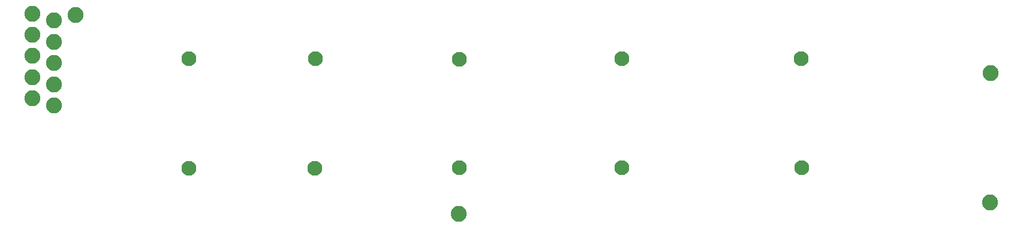
<source format=gbs>
G04 #@! TF.GenerationSoftware,KiCad,Pcbnew,7.0.1*
G04 #@! TF.CreationDate,2023-10-11T18:59:39-05:00*
G04 #@! TF.ProjectId,Touch_Board,546f7563-685f-4426-9f61-72642e6b6963,1*
G04 #@! TF.SameCoordinates,Original*
G04 #@! TF.FileFunction,Soldermask,Bot*
G04 #@! TF.FilePolarity,Negative*
%FSLAX46Y46*%
G04 Gerber Fmt 4.6, Leading zero omitted, Abs format (unit mm)*
G04 Created by KiCad (PCBNEW 7.0.1) date 2023-10-11 18:59:39*
%MOMM*%
%LPD*%
G01*
G04 APERTURE LIST*
%ADD10C,2.250000*%
%ADD11C,2.100000*%
G04 APERTURE END LIST*
D10*
X142822300Y-31724600D03*
D11*
X222989500Y-43544000D03*
D10*
X142822300Y-22724600D03*
D11*
X248409500Y-43554000D03*
X179709500Y-43604000D03*
D10*
X145922300Y-21924600D03*
X142822300Y-28724600D03*
D11*
X200109500Y-28174000D03*
D10*
X142822300Y-25724600D03*
D11*
X179719500Y-28154000D03*
X222999500Y-28134000D03*
X248369500Y-28074000D03*
D10*
X139822300Y-27724600D03*
D11*
X200069500Y-43554000D03*
X161919500Y-28144000D03*
D10*
X274989500Y-48414000D03*
X139822300Y-21724600D03*
X199989500Y-50014000D03*
X139789700Y-30724600D03*
X275089500Y-30114000D03*
D11*
X161909500Y-43574000D03*
D10*
X139822300Y-24724600D03*
X142822300Y-34724600D03*
X139822300Y-33724600D03*
M02*

</source>
